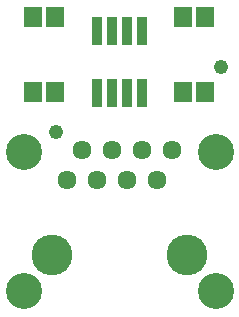
<source format=gts>
G75*
%MOIN*%
%OFA0B0*%
%FSLAX25Y25*%
%IPPOS*%
%LPD*%
%AMOC8*
5,1,8,0,0,1.08239X$1,22.5*
%
%ADD10C,0.06343*%
%ADD11C,0.12020*%
%ADD12C,0.13600*%
%ADD13R,0.03200X0.09500*%
%ADD14R,0.05918X0.06706*%
%ADD15C,0.04762*%
D10*
X0039497Y0067430D03*
X0044497Y0077430D03*
X0049497Y0067430D03*
X0054497Y0077430D03*
X0059497Y0067430D03*
X0064497Y0077430D03*
X0069497Y0067430D03*
X0074497Y0077430D03*
D11*
X0024997Y0030430D03*
X0024997Y0076918D03*
X0088997Y0076918D03*
X0088997Y0030430D03*
D12*
X0079497Y0042430D03*
X0034497Y0042430D03*
D13*
X0049300Y0096500D03*
X0054300Y0096500D03*
X0059300Y0096500D03*
X0064300Y0096500D03*
X0064300Y0117100D03*
X0059300Y0117100D03*
X0054300Y0117100D03*
X0049300Y0117100D03*
D14*
X0035540Y0121800D03*
X0028060Y0121800D03*
X0028060Y0096800D03*
X0035540Y0096800D03*
X0078060Y0096800D03*
X0085540Y0096800D03*
X0085540Y0121800D03*
X0078060Y0121800D03*
D15*
X0090900Y0105100D03*
X0035800Y0083700D03*
M02*

</source>
